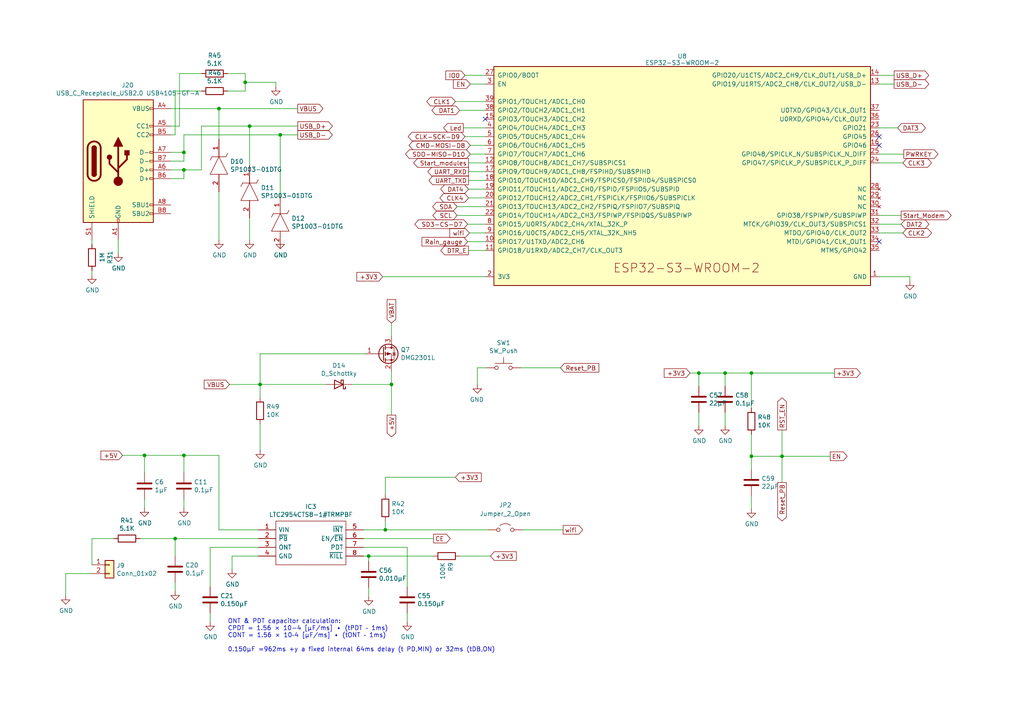
<source format=kicad_sch>
(kicad_sch (version 20231120) (generator "eeschema") (generator_version "8.0")
  (paper "A4")
  (title_block (title "Open_beehive_scale_board") (date "2023-01-13") (rev "V0.4") (company "Ratamuse"))
  (lib_symbols
    (symbol "Connector:USB_C_Receptacle_USB2.0" (pin_names (offset 1.016))
      (property "Reference" "J" (at -10.16 19.05 0))
      (property "Value" "USB_C_Receptacle_USB2.0" (at 19.05 19.05 0))
      (symbol "USB_C_Receptacle_USB2.0_0_0"
        (rectangle (start -0.254 -17.78) (end 0.254 -16.764))
        (rectangle (start 10.16 -14.986) (end 9.144 -15.494))
        (rectangle (start 10.16 -12.446) (end 9.144 -12.954))
        (rectangle (start 10.16 -4.826) (end 9.144 -5.334))
        (rectangle (start 10.16 -2.286) (end 9.144 -2.794))
        (rectangle (start 10.16 0.254) (end 9.144 -0.254))
        (rectangle (start 10.16 2.794) (end 9.144 2.286))
        (rectangle (start 10.16 7.874) (end 9.144 7.366))
        (rectangle (start 10.16 10.414) (end 9.144 9.906))
        (rectangle (start 10.16 15.494) (end 9.144 14.986))
      )
      (symbol "USB_C_Receptacle_USB2.0_0_1"
        (rectangle (start -10.16 17.78) (end 10.16 -17.78) (stroke (width 0.254)) (fill (type background)))
        (arc (start -8.89 -3.81) (mid -6.985 -5.7067) (end -5.08 -3.81) (stroke (width 0.508)))
        (arc (start -7.62 -3.81) (mid -6.985 -4.4423) (end -6.35 -3.81) (stroke (width 0.254)))
        (arc (start -7.62 -3.81) (mid -6.985 -4.4423) (end -6.35 -3.81) (stroke (width 0.254)) (fill (type outline)))
        (rectangle (start -7.62 -3.81) (end -6.35 3.81) (stroke (width 0.254)) (fill (type outline)))
        (arc (start -6.35 3.81) (mid -6.985 4.4423) (end -7.62 3.81) (stroke (width 0.254)))
        (arc (start -6.35 3.81) (mid -6.985 4.4423) (end -7.62 3.81) (stroke (width 0.254)) (fill (type outline)))
        (arc (start -5.08 3.81) (mid -6.985 5.7067) (end -8.89 3.81) (stroke (width 0.508)))
        (circle (center -2.54 1.143) (radius 0.635) (stroke (width 0.254)) (fill (type outline)))
        (circle (center 0 -5.842) (radius 1.27) (fill (type outline)))
        (polyline (pts (xy -8.89 -3.81) (xy -8.89 3.81)) (stroke (width 0.508)))
        (polyline (pts (xy -5.08 3.81) (xy -5.08 -3.81)) (stroke (width 0.508)))
        (polyline (pts (xy 0 -5.842) (xy 0 4.318)) (stroke (width 0.508)))
        (polyline (pts (xy 0 -3.302) (xy -2.54 -0.762) (xy -2.54 0.508)) (stroke (width 0.508)))
        (polyline (pts (xy 0 -2.032) (xy 2.54 0.508) (xy 2.54 1.778)) (stroke (width 0.508)))
        (polyline (pts (xy -1.27 4.318) (xy 0 6.858) (xy 1.27 4.318) (xy -1.27 4.318)) (stroke (width 0.254)) (fill (type outline)))
        (rectangle (start 1.905 1.778) (end 3.175 3.048) (stroke (width 0.254)) (fill (type outline)))
      )
      (symbol "USB_C_Receptacle_USB2.0_1_1"
        (pin passive line (at 0 -22.86 90) (length 5.08) (name "GND") (number "A1"))
        (pin passive line (at 0 -22.86 90) (length 5.08) hide (name "GND") (number "A12"))
        (pin passive line (at 15.24 15.24 180) (length 5.08) (name "VBUS") (number "A4"))
        (pin bidirectional line (at 15.24 10.16 180) (length 5.08) (name "CC1") (number "A5"))
        (pin bidirectional line (at 15.24 -2.54 180) (length 5.08) (name "D+") (number "A6"))
        (pin bidirectional line (at 15.24 2.54 180) (length 5.08) (name "D-") (number "A7"))
        (pin bidirectional line (at 15.24 -12.7 180) (length 5.08) (name "SBU1") (number "A8"))
        (pin passive line (at 15.24 15.24 180) (length 5.08) hide (name "VBUS") (number "A9"))
        (pin passive line (at 0 -22.86 90) (length 5.08) hide (name "GND") (number "B1"))
        (pin passive line (at 0 -22.86 90) (length 5.08) hide (name "GND") (number "B12"))
        (pin passive line (at 15.24 15.24 180) (length 5.08) hide (name "VBUS") (number "B4"))
        (pin bidirectional line (at 15.24 7.62 180) (length 5.08) (name "CC2") (number "B5"))
        (pin bidirectional line (at 15.24 -5.08 180) (length 5.08) (name "D+") (number "B6"))
        (pin bidirectional line (at 15.24 0 180) (length 5.08) (name "D-") (number "B7"))
        (pin bidirectional line (at 15.24 -15.24 180) (length 5.08) (name "SBU2") (number "B8"))
        (pin passive line (at 15.24 15.24 180) (length 5.08) hide (name "VBUS") (number "B9"))
        (pin passive line (at -7.62 -22.86 90) (length 5.08) (name "SHIELD") (number "S1"))
      )
    )
    (symbol "Connector_Generic:Conn_01x02" (pin_names (offset 1.016) hide)
      (property "Reference" "J" (at 0 2.54 0))
      (property "Value" "Conn_01x02" (at 0 -5.08 0))
      (symbol "Conn_01x02_1_1"
        (rectangle (start -1.27 -2.413) (end 0 -2.667) (stroke (width 0.1524)))
        (rectangle (start -1.27 0.127) (end 0 -0.127) (stroke (width 0.1524)))
        (rectangle (start -1.27 1.27) (end 1.27 -3.81) (stroke (width 0.254)) (fill (type background)))
        (pin passive line (at -5.08 0 0) (length 3.81) (name "Pin_1") (number "1"))
        (pin passive line (at -5.08 -2.54 0) (length 3.81) (name "Pin_2") (number "2"))
      )
    )
    (symbol "Device:C" (pin_numbers hide) (pin_names (offset 0.254))
      (property "Reference" "C" (at 0.635 2.54 0))
      (property "Value" "C" (at 0.635 -2.54 0))
      (symbol "C_0_1"
        (polyline (pts (xy -2.032 -0.762) (xy 2.032 -0.762)) (stroke (width 0.508)))
        (polyline (pts (xy -2.032 0.762) (xy 2.032 0.762)) (stroke (width 0.508)))
      )
      (symbol "C_1_1"
        (pin passive line (at 0 3.81 270) (length 2.794) (name "~") (number "1"))
        (pin passive line (at 0 -3.81 90) (length 2.794) (name "~") (number "2"))
      )
    )
    (symbol "Device:D_Schottky" (pin_numbers hide) (pin_names (offset 1.016) hide)
      (property "Reference" "D" (at 0 2.54 0))
      (property "Value" "D_Schottky" (at 0 -2.54 0))
      (symbol "D_Schottky_0_1"
        (polyline (pts (xy 1.27 0) (xy -1.27 0)))
        (polyline (pts (xy 1.27 1.27) (xy 1.27 -1.27) (xy -1.27 0) (xy 1.27 1.27)) (stroke (width 0.254)))
        (polyline (pts (xy -1.905 0.635) (xy -1.905 1.27) (xy -1.27 1.27) (xy -1.27 -1.27) (xy -0.635 -1.27) (xy -0.635 -0.635)) (stroke (width 0.254)))
      )
      (symbol "D_Schottky_1_1"
        (pin passive line (at -3.81 0 0) (length 2.54) (name "K") (number "1"))
        (pin passive line (at 3.81 0 180) (length 2.54) (name "A") (number "2"))
      )
    )
    (symbol "Device:R" (pin_numbers hide) (pin_names (offset 0))
      (property "Reference" "R" (at 2.032 0 90))
      (property "Value" "R" (at 0 0 90))
      (symbol "R_0_1"
        (rectangle (start -1.016 -2.54) (end 1.016 2.54) (stroke (width 0.254)))
      )
      (symbol "R_1_1"
        (pin passive line (at 0 3.81 270) (length 1.27) (name "~") (number "1"))
        (pin passive line (at 0 -3.81 90) (length 1.27) (name "~") (number "2"))
      )
    )
    (symbol "Espressif:ESP32-S3-WROOM-2" (pin_names (offset 1.016))
      (property "Reference" "U" (at -55.88 38.1 0))
      (property "Value" "ESP32-S3-WROOM-2" (at -55.88 35.56 0))
      (symbol "ESP32-S3-WROOM-2_0_0"
        (rectangle (start -55.88 33.02) (end 53.34 -30.48) (stroke (width 0.254)) (fill (type background)))
        (text "ESP32-S3-WROOM-2" (at 0 -25.4 0) (effects (font (size 2.54 2.54))))
        (pin power_in line (at 55.88 -27.94 180) (length 2.54) (name "GND") (number "1"))
        (pin bidirectional line (at -58.42 -17.78 0) (length 2.54) (name "GPIO17/U1TXD/ADC2_CH6") (number "10"))
        (pin bidirectional line (at -58.42 -20.32 0) (length 2.54) (name "GPIO18/U1RXD/ADC2_CH7/CLK_OUT3") (number "11"))
        (pin bidirectional line (at -58.42 5.08 0) (length 2.54) (name "GPIO8/TOUCH8/ADC1_CH7/SUBSPICS1") (number "12"))
        (pin bidirectional line (at 55.88 27.94 180) (length 2.54) (name "GPIO19/U1RTS/ADC2_CH8/CLK_OUT2/USB_D-") (number "13"))
        (pin bidirectional line (at 55.88 30.48 180) (length 2.54) (name "GPIO20/U1CTS/ADC2_CH9/CLK_OUT1/USB_D+") (number "14"))
        (pin bidirectional line (at -58.42 17.78 0) (length 2.54) (name "GPIO3/TOUCH3/ADC1_CH2") (number "15"))
        (pin bidirectional line (at 55.88 10.16 180) (length 2.54) (name "GPIO46") (number "16"))
        (pin bidirectional line (at -58.42 2.54 0) (length 2.54) (name "GPIO9/TOUCH9/ADC1_CH8/FSPIHD/SUBSPIHD") (number "17"))
        (pin bidirectional line (at -58.42 0 0) (length 2.54) (name "GPIO10/TOUCH10/ADC1_CH9/FSPICS0/FSPIIO4/SUBSPICS0") (number "18"))
        (pin bidirectional line (at -58.42 -2.54 0) (length 2.54) (name "GPIO11/TOUCH11/ADC2_CH0/FSPID/FSPIIO5/SUBSPID") (number "19"))
        (pin power_in line (at -58.42 -27.94 0) (length 2.54) (name "3V3") (number "2"))
        (pin bidirectional line (at -58.42 -5.08 0) (length 2.54) (name "GPIO12/TOUCH12/ADC2_CH1/FSPICLK/FSPIIO6/SUBSPICLK") (number "20"))
        (pin bidirectional line (at -58.42 -7.62 0) (length 2.54) (name "GPIO13/TOUCH13/ADC2_CH2/FSPIQ/FSPIIO7/SUBSPIQ") (number "21"))
        (pin bidirectional line (at -58.42 -10.16 0) (length 2.54) (name "GPIO14/TOUCH14/ADC2_CH3/FSPIWP/FSPIDQS/SUBSPIWP") (number "22"))
        (pin bidirectional line (at 55.88 15.24 180) (length 2.54) (name "GPIO21") (number "23"))
        (pin bidirectional line (at 55.88 5.08 180) (length 2.54) (name "GPIO47/SPICLK_P/SUBSPICLK_P_DIFF") (number "24"))
        (pin bidirectional line (at 55.88 7.62 180) (length 2.54) (name "GPIO48/SPICLK_N/SUBSPICLK_N_DIFF") (number "25"))
        (pin bidirectional line (at 55.88 12.7 180) (length 2.54) (name "GPIO45") (number "26"))
        (pin bidirectional line (at -58.42 30.48 0) (length 2.54) (name "GPIO0/BOOT") (number "27"))
        (pin no_connect line (at 55.88 -2.54 180) (length 2.54) (name "NC") (number "28"))
        (pin no_connect line (at 55.88 -5.08 180) (length 2.54) (name "NC") (number "29"))
        (pin input line (at -58.42 27.94 0) (length 2.54) (name "EN") (number "3"))
        (pin no_connect line (at 55.88 -7.62 180) (length 2.54) (name "NC") (number "30"))
        (pin bidirectional line (at 55.88 -10.16 180) (length 2.54) (name "GPIO38/FSPIWP/SUBSPIWP") (number "31"))
        (pin bidirectional line (at 55.88 -12.7 180) (length 2.54) (name "MTCK/GPIO39/CLK_OUT3/SUBSPICS1") (number "32"))
        (pin bidirectional line (at 55.88 -15.24 180) (length 2.54) (name "MTDO/GPIO40/CLK_OUT2") (number "33"))
        (pin bidirectional line (at 55.88 -17.78 180) (length 2.54) (name "MTDI/GPIO41/CLK_OUT1") (number "34"))
        (pin bidirectional line (at 55.88 -20.32 180) (length 2.54) (name "MTMS/GPIO42") (number "35"))
        (pin bidirectional line (at 55.88 17.78 180) (length 2.54) (name "U0RXD/GPIO44/CLK_OUT2") (number "36"))
        (pin bidirectional line (at 55.88 20.32 180) (length 2.54) (name "U0TXD/GPIO43/CLK_OUT1") (number "37"))
        (pin bidirectional line (at -58.42 20.32 0) (length 2.54) (name "GPIO2/TOUCH2/ADC1_CH1") (number "38"))
        (pin bidirectional line (at -58.42 22.86 0) (length 2.54) (name "GPIO1/TOUCH1/ADC1_CH0") (number "39"))
        (pin bidirectional line (at -58.42 15.24 0) (length 2.54) (name "GPIO4/TOUCH4/ADC1_CH3") (number "4"))
        (pin passive line (at 55.88 -27.94 180) (length 2.54) hide (name "GND") (number "40"))
        (pin passive line (at 55.88 -27.94 180) (length 2.54) hide (name "GND") (number "41"))
        (pin bidirectional line (at -58.42 12.7 0) (length 2.54) (name "GPIO5/TOUCH5/ADC1_CH4") (number "5"))
        (pin bidirectional line (at -58.42 10.16 0) (length 2.54) (name "GPIO6/TOUCH6/ADC1_CH5") (number "6"))
        (pin bidirectional line (at -58.42 7.62 0) (length 2.54) (name "GPIO7/TOUCH7/ADC1_CH6") (number "7"))
        (pin bidirectional line (at -58.42 -12.7 0) (length 2.54) (name "GPIO15/U0RTS/ADC2_CH4/XTAL_32K_P") (number "8"))
        (pin bidirectional line (at -58.42 -15.24 0) (length 2.54) (name "GPIO16/U0CTS/ADC2_CH5/XTAL_32K_NH5") (number "9"))
      )
    )
    (symbol "Jumper:Jumper_2_Open" (pin_numbers hide) (pin_names (offset 0) hide) (exclude_from_sim yes)
      (property "Reference" "JP" (at 0 2.794 0))
      (property "Value" "Jumper_2_Open" (at 0 -2.286 0))
      (symbol "Jumper_2_Open_0_0"
        (circle (center -2.032 0) (radius 0.508))
        (circle (center 2.032 0) (radius 0.508))
      )
      (symbol "Jumper_2_Open_0_1"
        (arc (start 1.524 1.27) (mid 0 1.778) (end -1.524 1.27))
      )
      (symbol "Jumper_2_Open_1_1"
        (pin passive line (at -5.08 0 0) (length 2.54) (name "A") (number "1"))
        (pin passive line (at 5.08 0 180) (length 2.54) (name "B") (number "2"))
      )
    )
    (symbol "LTC2954CTS8-1#TRMPBF:LTC2954CTS8-1#TRMPBF" (pin_names (offset 0.762))
      (property "Reference" "IC" (at 26.67 7.62 0))
      (property "Value" "LTC2954CTS8-1#TRMPBF" (at 26.67 5.08 0))
      (symbol "LTC2954CTS8-1#TRMPBF_0_0"
        (pin passive line (at 0 0 0) (length 5.08) (name "VIN") (number "1"))
        (pin passive line (at 0 -2.54 0) (length 5.08) (name "~{PB}") (number "2"))
        (pin passive line (at 0 -5.08 0) (length 5.08) (name "ONT") (number "3"))
        (pin passive line (at 0 -7.62 0) (length 5.08) (name "GND") (number "4"))
        (pin passive line (at 30.48 0 180) (length 5.08) (name "~{INT}") (number "5"))
        (pin passive line (at 30.48 -2.54 180) (length 5.08) (name "EN/~{EN}") (number "6"))
        (pin passive line (at 30.48 -5.08 180) (length 5.08) (name "PDT") (number "7"))
        (pin passive line (at 30.48 -7.62 180) (length 5.08) (name "~{KILL}") (number "8"))
      )
      (symbol "LTC2954CTS8-1#TRMPBF_0_1"
        (polyline (pts (xy 5.08 2.54) (xy 25.4 2.54) (xy 25.4 -10.16) (xy 5.08 -10.16) (xy 5.08 2.54)) (stroke (width 0.1524)))
      )
    )
    (symbol "RE1C002UN:DMG2301L" (pin_names hide)
      (property "Reference" "Q" (at 5.08 1.905 0))
      (property "Value" "DMG2301L" (at 5.08 0 0))
      (symbol "DMG2301L_0_1"
        (polyline (pts (xy 0.254 0) (xy -2.54 0)))
        (polyline (pts (xy 0.254 1.905) (xy 0.254 -1.905)) (stroke (width 0.254)))
        (polyline (pts (xy 0.762 -1.27) (xy 0.762 -2.286)) (stroke (width 0.254)))
        (polyline (pts (xy 0.762 0.508) (xy 0.762 -0.508)) (stroke (width 0.254)))
        (polyline (pts (xy 0.762 2.286) (xy 0.762 1.27)) (stroke (width 0.254)))
        (polyline (pts (xy 2.54 2.54) (xy 2.54 1.778)))
        (polyline (pts (xy 2.54 -2.54) (xy 2.54 0) (xy 0.762 0)))
        (polyline (pts (xy 0.762 1.778) (xy 3.302 1.778) (xy 3.302 -1.778) (xy 0.762 -1.778)))
        (polyline (pts (xy 2.286 0) (xy 1.27 0.381) (xy 1.27 -0.381) (xy 2.286 0)) (fill (type outline)))
        (polyline (pts (xy 2.794 -0.508) (xy 2.921 -0.381) (xy 3.683 -0.381) (xy 3.81 -0.254)))
        (polyline (pts (xy 3.302 -0.381) (xy 2.921 0.254) (xy 3.683 0.254) (xy 3.302 -0.381)))
        (circle (center 1.651 0) (radius 2.794) (stroke (width 0.254)))
        (circle (center 2.54 -1.778) (radius 0.254) (fill (type outline)))
        (circle (center 2.54 1.778) (radius 0.254) (fill (type outline)))
      )
      (symbol "DMG2301L_1_1"
        (pin input line (at -5.08 0 0) (length 2.54) (name "G") (number "1"))
        (pin passive line (at 2.54 -5.08 90) (length 2.54) (name "S") (number "2"))
        (pin passive line (at 2.54 5.08 270) (length 2.54) (name "D") (number "3"))
      )
    )
    (symbol "SP1003-01DTG:SP1003-01DTG" (pin_names (offset 0.762))
      (property "Reference" "D" (at 10.16 8.89 0))
      (property "Value" "SP1003-01DTG" (at 10.16 6.35 0))
      (symbol "SP1003-01DTG_0_0"
        (pin passive line (at 0 0 0) (length 5.08) (name "~") (number "1"))
        (pin passive line (at 15.24 0 180) (length 5.08) (name "~") (number "2"))
      )
      (symbol "SP1003-01DTG_0_1"
        (polyline (pts (xy 4.064 2.54) (xy 5.08 2.032)) (stroke (width 0.1524)))
        (polyline (pts (xy 5.08 -2.032) (xy 5.08 2.032)) (stroke (width 0.1524)))
        (polyline (pts (xy 5.08 -2.032) (xy 6.096 -2.54)) (stroke (width 0.1524)))
        (polyline (pts (xy 5.08 0) (xy 10.16 2.54) (xy 10.16 -2.54) (xy 5.08 0)) (stroke (width 0.1524)))
      )
    )
    (symbol "Switch:SW_Push" (pin_numbers hide) (pin_names (offset 1.016) hide)
      (property "Reference" "SW" (at 1.27 2.54 0))
      (property "Value" "SW_Push" (at 0 -1.524 0))
      (symbol "SW_Push_0_1"
        (circle (center -2.032 0) (radius 0.508))
        (polyline (pts (xy 0 1.27) (xy 0 3.048)))
        (polyline (pts (xy 2.54 1.27) (xy -2.54 1.27)))
        (circle (center 2.032 0) (radius 0.508))
        (pin passive line (at -5.08 0 0) (length 2.54) (name "1") (number "1"))
        (pin passive line (at 5.08 0 180) (length 2.54) (name "2") (number "2"))
      )
    )
    (symbol "TestboardV2.3-rescue:GND-power" (power) (pin_names (offset 0))
      (property "Value" "power_GND" (at 0 -3.81 0))
      (symbol "GND-power_0_1"
        (polyline (pts (xy 0 0) (xy 0 -1.27) (xy 1.27 -1.27) (xy 0 -2.54) (xy -1.27 -1.27) (xy 0 -1.27)))
      )
      (symbol "GND-power_1_1"
        (pin power_in line (at 0 0 270) (length 0) hide (name "GND") (number "1"))
      )
    )
    (symbol "power:GND" (power) (pin_names (offset 0))
      (property "Value" "GND" (at 0 -3.81 0))
      (symbol "GND_0_1"
        (polyline (pts (xy 0 0) (xy 0 -1.27) (xy 1.27 -1.27) (xy 0 -2.54) (xy -1.27 -1.27) (xy 0 -1.27)))
      )
      (symbol "GND_1_1"
        (pin power_in line (at 0 0 270) (length 0) hide (name "GND") (number "1"))
      )
    )
  )
  (junction (at 72.39 36.576))
  (junction (at 50.8 156.21))
  (junction (at 63.5 31.496))
  (junction (at 113.538 111.506))
  (junction (at 217.932 132.334))
  (junction (at 41.91 132.08))
  (junction (at 53.34 49.276))
  (junction (at 217.932 108.204))
  (junction (at 210.312 108.204))
  (junction (at 111.76 153.67))
  (junction (at 202.692 108.204))
  (junction (at 81.28 39.116))
  (junction (at 106.934 161.29))
  (junction (at 53.34 132.08))
  (junction (at 75.438 111.506))
  (junction (at 71.12 23.876))
  (junction (at 226.822 132.334))
  (junction (at 53.34 44.196))
  (no_connect (at 255.016 70.104))
  (no_connect (at 255.016 39.624))
  (no_connect (at 255.016 42.164))
  (no_connect (at 140.716 34.544))
  (wire (pts (xy 58.42 49.276) (xy 58.42 36.576)))
  (wire (pts (xy 111.76 138.43) (xy 132.08 138.43)))
  (wire (pts (xy 140.716 24.384) (xy 136.398 24.384)))
  (wire (pts (xy 111.76 143.51) (xy 111.76 138.43)))
  (wire (pts (xy 140.716 70.104) (xy 135.636 70.104)))
  (wire (pts (xy 53.34 39.116) (xy 81.28 39.116)))
  (wire (pts (xy 50.8 168.91) (xy 50.8 171.45)))
  (wire (pts (xy 41.91 144.78) (xy 41.91 147.32)))
  (wire (pts (xy 53.34 44.196) (xy 53.34 46.736)))
  (wire (pts (xy 140.716 65.024) (xy 135.636 65.024)))
  (wire (pts (xy 105.41 158.75) (xy 118.11 158.75)))
  (wire (pts (xy 111.76 153.67) (xy 141.478 153.67)))
  (wire (pts (xy 118.11 158.75) (xy 118.11 170.18)))
  (wire (pts (xy 41.91 132.08) (xy 53.34 132.08)))
  (wire (pts (xy 63.5 55.626) (xy 63.5 69.596)))
  (wire (pts (xy 106.934 170.434) (xy 106.934 172.974)))
  (wire (pts (xy 255.016 44.704) (xy 262.128 44.704)))
  (wire (pts (xy 210.312 119.634) (xy 210.312 123.444)))
  (wire (pts (xy 49.53 44.196) (xy 53.34 44.196)))
  (wire (pts (xy 63.5 31.496) (xy 86.36 31.496)))
  (wire (pts (xy 53.34 51.816) (xy 49.53 51.816)))
  (wire (pts (xy 255.016 37.084) (xy 260.35 37.084)))
  (wire (pts (xy 132.08 29.464) (xy 140.716 29.464)))
  (wire (pts (xy 72.39 36.576) (xy 86.36 36.576)))
  (wire (pts (xy 53.34 46.736) (xy 49.53 46.736)))
  (wire (pts (xy 133.35 161.29) (xy 142.24 161.29)))
  (wire (pts (xy 140.716 44.704) (xy 136.398 44.704)))
  (wire (pts (xy 138.43 106.68) (xy 138.43 111.506)))
  (wire (pts (xy 71.12 21.336) (xy 66.04 21.336)))
  (wire (pts (xy 75.438 102.616) (xy 105.918 102.616)))
  (wire (pts (xy 75.438 111.506) (xy 94.488 111.506)))
  (wire (pts (xy 74.93 153.67) (xy 63.5 153.67)))
  (wire (pts (xy 72.39 63.246) (xy 72.39 69.596)))
  (wire (pts (xy 80.01 23.876) (xy 80.01 25.146)))
  (wire (pts (xy 113.538 97.536) (xy 113.538 93.726)))
  (wire (pts (xy 255.016 24.384) (xy 259.334 24.384)))
  (wire (pts (xy 134.366 37.084) (xy 140.716 37.084)))
  (wire (pts (xy 63.5 132.08) (xy 63.5 153.67)))
  (wire (pts (xy 81.28 56.896) (xy 81.28 39.116)))
  (wire (pts (xy 66.548 111.506) (xy 75.438 111.506)))
  (wire (pts (xy 60.96 177.8) (xy 60.96 180.34)))
  (wire (pts (xy 210.312 108.204) (xy 210.312 112.014)))
  (wire (pts (xy 75.438 111.506) (xy 75.438 102.616)))
  (wire (pts (xy 35.56 132.08) (xy 41.91 132.08)))
  (wire (pts (xy 111.76 151.13) (xy 111.76 153.67)))
  (wire (pts (xy 140.97 106.68) (xy 138.43 106.68)))
  (wire (pts (xy 105.41 161.29) (xy 106.934 161.29)))
  (wire (pts (xy 53.34 144.78) (xy 53.34 147.32)))
  (wire (pts (xy 105.41 156.21) (xy 125.73 156.21)))
  (wire (pts (xy 140.716 42.164) (xy 136.398 42.164)))
  (wire (pts (xy 26.67 166.37) (xy 19.05 166.37)))
  (wire (pts (xy 202.692 108.204) (xy 202.692 112.014)))
  (wire (pts (xy 210.312 108.204) (xy 217.932 108.204)))
  (wire (pts (xy 110.998 80.264) (xy 140.716 80.264)))
  (wire (pts (xy 202.692 119.634) (xy 202.692 123.444)))
  (wire (pts (xy 26.67 70.866) (xy 26.67 69.596)))
  (wire (pts (xy 135.89 57.404) (xy 140.716 57.404)))
  (wire (pts (xy 40.64 156.21) (xy 50.8 156.21)))
  (wire (pts (xy 140.716 21.844) (xy 134.874 21.844)))
  (wire (pts (xy 34.29 69.596) (xy 34.29 73.406)))
  (wire (pts (xy 200.152 108.204) (xy 202.692 108.204)))
  (wire (pts (xy 50.8 39.116) (xy 50.8 26.416)))
  (wire (pts (xy 49.53 39.116) (xy 50.8 39.116)))
  (wire (pts (xy 53.34 49.276) (xy 58.42 49.276)))
  (wire (pts (xy 71.12 23.876) (xy 71.12 21.336)))
  (wire (pts (xy 60.96 158.75) (xy 60.96 170.18)))
  (wire (pts (xy 102.108 111.506) (xy 113.538 111.506)))
  (wire (pts (xy 202.692 108.204) (xy 210.312 108.204)))
  (wire (pts (xy 140.716 39.624) (xy 134.874 39.624)))
  (wire (pts (xy 19.05 166.37) (xy 19.05 172.72)))
  (wire (pts (xy 50.8 156.21) (xy 74.93 156.21)))
  (wire (pts (xy 135.89 54.864) (xy 140.716 54.864)))
  (wire (pts (xy 255.016 67.564) (xy 261.874 67.564)))
  (wire (pts (xy 49.53 36.576) (xy 52.07 36.576)))
  (wire (pts (xy 106.934 161.29) (xy 106.934 162.814)))
  (wire (pts (xy 255.016 21.844) (xy 259.334 21.844)))
  (wire (pts (xy 52.07 21.336) (xy 52.07 36.576)))
  (wire (pts (xy 52.07 21.336) (xy 58.42 21.336)))
  (wire (pts (xy 118.11 177.8) (xy 118.11 180.34)))
  (wire (pts (xy 135.89 49.784) (xy 140.716 49.784)))
  (wire (pts (xy 71.12 23.876) (xy 80.01 23.876)))
  (wire (pts (xy 162.56 106.68) (xy 151.13 106.68)))
  (wire (pts (xy 135.89 47.244) (xy 140.716 47.244)))
  (wire (pts (xy 217.932 108.204) (xy 217.932 118.364)))
  (wire (pts (xy 53.34 44.196) (xy 53.34 39.116)))
  (wire (pts (xy 66.04 26.416) (xy 71.12 26.416)))
  (wire (pts (xy 226.822 132.334) (xy 226.822 139.954)))
  (wire (pts (xy 74.93 161.29) (xy 67.31 161.29)))
  (wire (pts (xy 263.906 80.264) (xy 263.906 81.534)))
  (wire (pts (xy 26.67 156.21) (xy 33.02 156.21)))
  (wire (pts (xy 75.438 122.936) (xy 75.438 130.556)))
  (wire (pts (xy 53.34 49.276) (xy 53.34 51.816)))
  (wire (pts (xy 217.932 143.764) (xy 217.932 147.574)))
  (wire (pts (xy 75.438 111.506) (xy 75.438 115.316)))
  (wire (pts (xy 58.42 36.576) (xy 72.39 36.576)))
  (wire (pts (xy 226.822 132.334) (xy 217.932 132.334)))
  (wire (pts (xy 26.67 156.21) (xy 26.67 163.83)))
  (wire (pts (xy 106.934 161.29) (xy 125.73 161.29)))
  (wire (pts (xy 74.93 158.75) (xy 60.96 158.75)))
  (wire (pts (xy 140.716 72.644) (xy 135.89 72.644)))
  (wire (pts (xy 50.8 26.416) (xy 58.42 26.416)))
  (wire (pts (xy 53.34 132.08) (xy 63.5 132.08)))
  (wire (pts (xy 135.89 52.324) (xy 140.716 52.324)))
  (wire (pts (xy 113.538 107.696) (xy 113.538 111.506)))
  (wire (pts (xy 217.932 125.984) (xy 217.932 132.334)))
  (wire (pts (xy 151.638 153.67) (xy 163.322 153.67)))
  (wire (pts (xy 132.588 59.944) (xy 140.716 59.944)))
  (wire (pts (xy 113.538 111.506) (xy 113.538 120.396)))
  (wire (pts (xy 217.932 132.334) (xy 217.932 136.144)))
  (wire (pts (xy 26.67 79.756) (xy 26.67 78.486)))
  (wire (pts (xy 72.39 48.006) (xy 72.39 36.576)))
  (wire (pts (xy 226.822 124.714) (xy 226.822 132.334)))
  (wire (pts (xy 63.5 40.386) (xy 63.5 31.496)))
  (wire (pts (xy 81.28 39.116) (xy 86.36 39.116)))
  (wire (pts (xy 140.716 67.564) (xy 136.144 67.564)))
  (wire (pts (xy 255.016 62.484) (xy 261.366 62.484)))
  (wire (pts (xy 217.932 108.204) (xy 242.062 108.204)))
  (wire (pts (xy 255.016 80.264) (xy 263.906 80.264)))
  (wire (pts (xy 50.8 161.29) (xy 50.8 156.21)))
  (wire (pts (xy 53.34 137.16) (xy 53.34 132.08)))
  (wire (pts (xy 226.822 132.334) (xy 240.792 132.334)))
  (wire (pts (xy 105.41 153.67) (xy 111.76 153.67)))
  (wire (pts (xy 49.53 49.276) (xy 53.34 49.276)))
  (wire (pts (xy 133.35 32.004) (xy 140.716 32.004)))
  (wire (pts (xy 255.016 47.244) (xy 261.874 47.244)))
  (wire (pts (xy 67.31 161.29) (xy 67.31 165.1)))
  (wire (pts (xy 81.28 72.136) (xy 81.28 69.596)))
  (wire (pts (xy 132.588 62.484) (xy 140.716 62.484)))
  (wire (pts (xy 49.53 31.496) (xy 63.5 31.496)))
  (wire (pts (xy 41.91 137.16) (xy 41.91 132.08)))
  (wire (pts (xy 255.016 65.024) (xy 261.366 65.024)))
  (wire (pts (xy 71.12 26.416) (xy 71.12 23.876)))
  (text "ONT & PDT capacitor calculation:  \nCPDT = 1.56 × 10-4 [μF/ms] • (tPDT – 1ms)\nCONT = 1.56 × 10–4 [μF/ms] • (tONT – 1ms)\n\n0.150µF =962ms +y a fixed internal 64ms delay (t PD,MIN) or 32ms (tDB,ON)" (at 66.04 189.23 0) (effects (font (size 1.27 1.27)) (justify left bottom)))
  (global_label "VBUS" (shape input) (at 66.548 111.506 180) (property "Intersheetrefs" "${INTERSHEET_REFS}" (effects (hide yes))))
  (global_label "DAT2" (shape bidirectional) (at 261.366 65.024 0) (property "Intersheetrefs" "${INTERSHEET_REFS}" (effects (hide yes))))
  (global_label "CLK4" (shape bidirectional) (at 135.89 57.404 180) (property "Intersheetrefs" "${INTERSHEET_REFS}" (effects (hide yes))))
  (global_label "wifi" (shape output) (at 163.322 153.67 0) (property "Intersheetrefs" "${INTERSHEET_REFS}" (effects (hide yes))))
  (global_label "DAT3" (shape bidirectional) (at 260.35 37.084 0) (property "Intersheetrefs" "${INTERSHEET_REFS}" (effects (hide yes))))
  (global_label "+5V" (shape input) (at 35.56 132.08 180) (property "Intersheetrefs" "${INTERSHEET_REFS}" (effects (hide yes))))
  (global_label "VBAT" (shape input) (at 113.538 93.726 90) (property "Intersheetrefs" "${INTERSHEET_REFS}" (effects (hide yes))))
  (global_label "CLK3" (shape bidirectional) (at 261.874 47.244 0) (property "Intersheetrefs" "${INTERSHEET_REFS}" (effects (hide yes))))
  (global_label "+3V3" (shape output) (at 242.062 108.204 0) (property "Intersheetrefs" "${INTERSHEET_REFS}" (effects (hide yes))))
  (global_label "USB_D+" (shape output) (at 259.334 21.844 0) (property "Intersheetrefs" "${INTERSHEET_REFS}" (effects (hide yes))))
  (global_label "DAT1" (shape bidirectional) (at 133.35 32.004 180) (property "Intersheetrefs" "${INTERSHEET_REFS}" (effects (hide yes))))
  (global_label "Reset_PB" (shape output) (at 226.822 139.954 270) (property "Intersheetrefs" "${INTERSHEET_REFS}" (effects (hide yes))))
  (global_label "USB_D-" (shape output) (at 86.36 39.116 0) (property "Intersheetrefs" "${INTERSHEET_REFS}" (effects (hide yes))))
  (global_label "CLK-SCK-D9" (shape bidirectional) (at 134.874 39.624 180) (property "Intersheetrefs" "${INTERSHEET_REFS}" (effects (hide yes))))
  (global_label "+3V3" (shape input) (at 110.998 80.264 180) (property "Intersheetrefs" "${INTERSHEET_REFS}" (effects (hide yes))))
  (global_label "VBUS" (shape output) (at 86.36 31.496 0) (property "Intersheetrefs" "${INTERSHEET_REFS}" (effects (hide yes))))
  (global_label "USB_D-" (shape output) (at 259.334 24.384 0) (property "Intersheetrefs" "${INTERSHEET_REFS}" (effects (hide yes))))
  (global_label "Start_Modem" (shape output) (at 261.366 62.484 0) (property "Intersheetrefs" "${INTERSHEET_REFS}" (effects (hide yes))))
  (global_label "SCL" (shape bidirectional) (at 132.588 62.484 180) (property "Intersheetrefs" "${INTERSHEET_REFS}" (effects (hide yes))))
  (global_label "Reset_PB" (shape input) (at 162.56 106.68 0) (property "Intersheetrefs" "${INTERSHEET_REFS}" (effects (hide yes))))
  (global_label "+3V3" (shape input) (at 200.152 108.204 180) (property "Intersheetrefs" "${INTERSHEET_REFS}" (effects (hide yes))))
  (global_label "PWRKEY" (shape output) (at 262.128 44.704 0) (property "Intersheetrefs" "${INTERSHEET_REFS}" (effects (hide yes))))
  (global_label "CMD-MOSI-D8" (shape bidirectional) (at 136.398 42.164 180) (property "Intersheetrefs" "${INTERSHEET_REFS}" (effects (hide yes))))
  (global_label "UART_TXD" (shape output) (at 135.89 52.324 180) (property "Intersheetrefs" "${INTERSHEET_REFS}" (effects (hide yes))))
  (global_label "UART_RXD" (shape output) (at 135.89 49.784 180) (property "Intersheetrefs" "${INTERSHEET_REFS}" (effects (hide yes))))
  (global_label "EN" (shape input) (at 136.398 24.384 180) (property "Intersheetrefs" "${INTERSHEET_REFS}" (effects (hide yes))))
  (global_label "EN" (shape output) (at 240.792 132.334 0) (property "Intersheetrefs" "${INTERSHEET_REFS}" (effects (hide yes))))
  (global_label "+3V3" (shape input) (at 132.08 138.43 0) (property "Intersheetrefs" "${INTERSHEET_REFS}" (effects (hide yes))))
  (global_label "IO0" (shape input) (at 134.874 21.844 180) (property "Intersheetrefs" "${INTERSHEET_REFS}" (effects (hide yes))))
  (global_label "CLK1" (shape bidirectional) (at 132.08 29.464 180) (property "Intersheetrefs" "${INTERSHEET_REFS}" (effects (hide yes))))
  (global_label "SDA" (shape bidirectional) (at 132.588 59.944 180) (property "Intersheetrefs" "${INTERSHEET_REFS}" (effects (hide yes))))
  (global_label "CLK2" (shape bidirectional) (at 261.874 67.564 0) (property "Intersheetrefs" "${INTERSHEET_REFS}" (effects (hide yes))))
  (global_label "Start_modules" (shape output) (at 135.89 47.244 180) (property "Intersheetrefs" "${INTERSHEET_REFS}" (effects (hide yes))))
  (global_label "SD3-CS-D7" (shape bidirectional) (at 135.636 65.024 180) (property "Intersheetrefs" "${INTERSHEET_REFS}" (effects (hide yes))))
  (global_label "SDO-MISO-D10" (shape bidirectional) (at 136.398 44.704 180) (property "Intersheetrefs" "${INTERSHEET_REFS}" (effects (hide yes))))
  (global_label "USB_D+" (shape output) (at 86.36 36.576 0) (property "Intersheetrefs" "${INTERSHEET_REFS}" (effects (hide yes))))
  (global_label "+3V3" (shape input) (at 142.24 161.29 0) (property "Intersheetrefs" "${INTERSHEET_REFS}" (effects (hide yes))))
  (global_label "+5V" (shape output) (at 113.538 120.396 270) (property "Intersheetrefs" "${INTERSHEET_REFS}" (effects (hide yes))))
  (global_label "wifi" (shape input) (at 136.144 67.564 180) (property "Intersheetrefs" "${INTERSHEET_REFS}" (effects (hide yes))))
  (global_label "DTR_E" (shape output) (at 135.89 72.644 180) (property "Intersheetrefs" "${INTERSHEET_REFS}" (effects (hide yes))))
  (global_label "RST_EN" (shape output) (at 226.822 124.714 90) (property "Intersheetrefs" "${INTERSHEET_REFS}" (effects (hide yes))))
  (global_label "Rain_gauge" (shape input) (at 135.636 70.104 180) (property "Intersheetrefs" "${INTERSHEET_REFS}" (effects (hide yes))))
  (global_label "Led" (shape output) (at 134.366 37.084 180) (property "Intersheetrefs" "${INTERSHEET_REFS}" (effects (hide yes))))
  (global_label "DAT4" (shape bidirectional) (at 135.89 54.864 180) (property "Intersheetrefs" "${INTERSHEET_REFS}" (effects (hide yes))))
  (global_label "CE" (shape output) (at 125.73 156.21 0) (property "Intersheetrefs" "${INTERSHEET_REFS}" (effects (hide yes))))
  (symbol (lib_id "Espressif:ESP32-S3-WROOM-2") (at 199.136 52.324 0) (unit 1)
    (property "Reference" "U8" (at 197.866 16.2941 0))
    (property "Value" "ESP32-S3-WROOM-2" (at 197.866 18.2151 0))
    (property "Footprint" "Espressif:ESP32-S3-WROOM-2" (effects (hide yes)))
    (property "Datasheet" "https://www.espressif.com/sites/default/files/documentation/esp32-s3-wroom-2_datasheet_en.pdf" (effects (hide yes)))
  )
  (symbol (lib_id "power:GND") (at 80.01 25.146 0) (unit 1)
    (property "Reference" "#PWR09" (effects (hide yes)))
    (property "Value" "GND" (at 80.137 29.5402 0))
  )
  (symbol (lib_id "Device:C") (at 53.34 140.97 0) (unit 1)
    (property "Reference" "C11" (at 56.261 139.8016 0) (effects (justify left)))
    (property "Value" "0.1µF" (at 56.261 142.113 0) (effects (justify left)))
    (property "Footprint" "Capacitor_SMD:C_0603_1608Metric" (effects (hide yes)))
  )
  (symbol (lib_id "Device:C") (at 210.312 115.824 0) (unit 1)
    (property "Reference" "C58" (at 213.233 114.6556 0) (effects (justify left)))
    (property "Value" "0.1µF" (at 213.233 116.967 0) (effects (justify left)))
    (property "Footprint" "Capacitor_SMD:C_0603_1608Metric" (effects (hide yes)))
  )
  (symbol (lib_id "Device:R") (at 62.23 21.336 270) (unit 1)
    (property "Reference" "R45" (at 62.23 16.0782 90))
    (property "Value" "5.1K" (at 62.23 18.3896 90))
    (property "Footprint" "Resistor_SMD:R_0603_1608Metric" (effects (hide yes)))
  )
  (symbol (lib_id "power:GND") (at 81.28 69.596 0) (unit 1)
    (property "Reference" "#PWR010" (effects (hide yes)))
    (property "Value" "GND" (at 81.407 73.9902 0))
  )
  (symbol (lib_id "Device:D_Schottky") (at 98.298 111.506 180) (unit 1)
    (property "Reference" "D14" (at 98.298 106.0196 0))
    (property "Value" "D_Schottky" (at 98.298 108.331 0))
    (property "Footprint" "Diode_SMD:D_SOD-323" (effects (hide yes)))
  )
  (symbol (lib_id "Device:R") (at 62.23 26.416 270) (unit 1)
    (property "Reference" "R46" (at 62.23 21.1582 90))
    (property "Value" "5.1K" (at 62.23 23.4696 90))
    (property "Footprint" "Resistor_SMD:R_0603_1608Metric" (effects (hide yes)))
  )
  (symbol (lib_id "Device:C") (at 202.692 115.824 0) (unit 1)
    (property "Reference" "C57" (at 205.613 114.6556 0) (effects (justify left)))
    (property "Value" "22µF" (at 205.613 116.967 0) (effects (justify left)))
    (property "Footprint" "Capacitor_SMD:C_0805_2012Metric" (effects (hide yes)))
  )
  (symbol (lib_id "SP1003-01DTG:SP1003-01DTG") (at 72.39 48.006 270) (unit 1)
    (property "Reference" "D11" (at 75.6412 54.4576 90) (effects (justify left)))
    (property "Value" "SP1003-01DTG" (at 75.6412 56.769 90) (effects (justify left)))
    (property "Footprint" "Empreintes:SODFL1406X65N" (effects (hide yes)))
    (property "Datasheet" "https://www.littelfuse.com/~/media/electronics/datasheets/tvs_diode_arrays/littelfuse_tvs_diode_array_sp1003_datasheet.pdf.pdf" (effects (hide yes)))
    (property "Description" "1 Ch 30KV 30pF TVS Diode Array SOD-723" (effects (hide yes)))
    (property "Height" "0.65" (effects (hide yes)))
    (property "Manufacturer_Name" "LITTELFUSE" (effects (hide yes)))
    (property "Manufacturer_Part_Number" "SP1003-01DTG" (effects (hide yes)))
    (property "Arrow Part Number" "SP1003-01DTG" (effects (hide yes)))
    (property "Arrow Price/Stock" "https://www.arrow.com/en/products/sp1003-01dtg/littelfuse" (effects (hide yes)))
    (property "Mouser Part Number" "576-SP1003-01DTG" (effects (hide yes)))
    (property "Mouser Price/Stock" "https://www.mouser.co.uk/ProductDetail/Littelfuse/SP1003-01DTG?qs=Xb8IjHhkxj76JbYOs4IgRA%3D%3D" (effects (hide yes)))
  )
  (symbol (lib_id "power:GND") (at 19.05 172.72 0) (unit 1)
    (property "Reference" "#PWR03" (effects (hide yes)))
    (property "Value" "GND" (at 19.177 177.1142 0))
  )
  (symbol (lib_id "TestboardV2.3-rescue:GND-power") (at 60.96 180.34 0) (unit 1)
    (property "Reference" "#PWR0140" (effects (hide yes)))
    (property "Value" "GND" (at 61.087 184.7342 0))
  )
  (symbol (lib_id "Device:C") (at 50.8 165.1 0) (unit 1)
    (property "Reference" "C20" (at 53.721 163.9316 0) (effects (justify left)))
    (property "Value" "0.1µF" (at 53.721 166.243 0) (effects (justify left)))
    (property "Footprint" "Capacitor_SMD:C_0603_1608Metric" (effects (hide yes)))
  )
  (symbol (lib_id "power:GND") (at 34.29 73.406 0) (unit 1)
    (property "Reference" "#PWR06" (effects (hide yes)))
    (property "Value" "GND" (at 34.417 77.8002 0))
  )
  (symbol (lib_id "Device:C") (at 106.934 166.624 0) (unit 1)
    (property "Reference" "C56" (at 109.855 165.4556 0) (effects (justify left)))
    (property "Value" "0.010µF" (at 109.855 167.767 0) (effects (justify left)))
    (property "Footprint" "Capacitor_SMD:C_0603_1608Metric" (effects (hide yes)))
  )
  (symbol (lib_id "Device:R") (at 111.76 147.32 0) (unit 1)
    (property "Reference" "R42" (at 113.538 146.1516 0) (effects (justify left)))
    (property "Value" "10K" (at 113.538 148.463 0) (effects (justify left)))
    (property "Footprint" "Resistor_SMD:R_0603_1608Metric" (effects (hide yes)))
  )
  (symbol (lib_id "SP1003-01DTG:SP1003-01DTG") (at 63.5 40.386 270) (unit 1)
    (property "Reference" "D10" (at 66.7512 46.8376 90) (effects (justify left)))
    (property "Value" "SP1003-01DTG" (at 66.7512 49.149 90) (effects (justify left)))
    (property "Footprint" "Empreintes:SODFL1406X65N" (effects (hide yes)))
    (property "Datasheet" "https://www.littelfuse.com/~/media/electronics/datasheets/tvs_diode_arrays/littelfuse_tvs_diode_array_sp1003_datasheet.pdf.pdf" (effects (hide yes)))
    (property "Description" "1 Ch 30KV 30pF TVS Diode Array SOD-723" (effects (hide yes)))
    (property "Height" "0.65" (effects (hide yes)))
    (property "Manufacturer_Name" "LITTELFUSE" (effects (hide yes)))
    (property "Manufacturer_Part_Number" "SP1003-01DTG" (effects (hide yes)))
    (property "Arrow Part Number" "SP1003-01DTG" (effects (hide yes)))
    (property "Arrow Price/Stock" "https://www.arrow.com/en/products/sp1003-01dtg/littelfuse" (effects (hide yes)))
    (property "Mouser Part Number" "576-SP1003-01DTG" (effects (hide yes)))
    (property "Mouser Price/Stock" "https://www.mouser.co.uk/ProductDetail/Littelfuse/SP1003-01DTG?qs=Xb8IjHhkxj76JbYOs4IgRA%3D%3D" (effects (hide yes)))
  )
  (symbol (lib_id "power:GND") (at 263.906 81.534 0) (unit 1)
    (property "Reference" "#PWR01" (effects (hide yes)))
    (property "Value" "GND" (at 264.033 85.9282 0))
  )
  (symbol (lib_id "Switch:SW_Push") (at 146.05 106.68 0) (mirror y) (unit 1)
    (property "Reference" "SW1" (at 146.05 99.441 0))
    (property "Value" "SW_Push" (at 146.05 101.7524 0))
    (property "Footprint" "Empreintes:PTS636SL43SMTRLFS" (effects (hide yes)))
  )
  (symbol (lib_id "Device:R") (at 217.932 122.174 0) (unit 1)
    (property "Reference" "R48" (at 219.71 121.0056 0) (effects (justify left)))
    (property "Value" "10K" (at 219.71 123.317 0) (effects (justify left)))
    (property "Footprint" "Resistor_SMD:R_0603_1608Metric" (effects (hide yes)))
  )
  (symbol (lib_id "power:GND") (at 210.312 123.444 0) (unit 1)
    (property "Reference" "#PWR0189" (effects (hide yes)))
    (property "Value" "GND" (at 210.439 127.8382 0))
  )
  (symbol (lib_id "Device:R") (at 36.83 156.21 270) (unit 1)
    (property "Reference" "R41" (at 36.83 150.9522 90))
    (property "Value" "5.1K" (at 36.83 153.2636 90))
    (property "Footprint" "Resistor_SMD:R_0603_1608Metric" (effects (hide yes)))
  )
  (symbol (lib_id "Device:C") (at 60.96 173.99 0) (unit 1)
    (property "Reference" "C21" (at 63.881 172.8216 0) (effects (justify left)))
    (property "Value" "0.150µF" (at 63.881 175.133 0) (effects (justify left)))
    (property "Footprint" "Capacitor_SMD:C_0603_1608Metric" (effects (hide yes)))
  )
  (symbol (lib_id "power:GND") (at 75.438 130.556 0) (unit 1)
    (property "Reference" "#PWR0217" (effects (hide yes)))
    (property "Value" "GND" (at 75.565 134.9502 0))
  )
  (symbol (lib_id "SP1003-01DTG:SP1003-01DTG") (at 81.28 56.896 270) (unit 1)
    (property "Reference" "D12" (at 84.5312 63.3476 90) (effects (justify left)))
    (property "Value" "SP1003-01DTG" (at 84.5312 65.659 90) (effects (justify left)))
    (property "Footprint" "Empreintes:SODFL1406X65N" (effects (hide yes)))
    (property "Datasheet" "https://www.littelfuse.com/~/media/electronics/datasheets/tvs_diode_arrays/littelfuse_tvs_diode_array_sp1003_datasheet.pdf.pdf" (effects (hide yes)))
    (property "Description" "1 Ch 30KV 30pF TVS Diode Array SOD-723" (effects (hide yes)))
    (property "Height" "0.65" (effects (hide yes)))
    (property "Manufacturer_Name" "LITTELFUSE" (effects (hide yes)))
    (property "Manufacturer_Part_Number" "SP1003-01DTG" (effects (hide yes)))
    (property "Arrow Part Number" "SP1003-01DTG" (effects (hide yes)))
    (property "Arrow Price/Stock" "https://www.arrow.com/en/products/sp1003-01dtg/littelfuse" (effects (hide yes)))
    (property "Mouser Part Number" "576-SP1003-01DTG" (effects (hide yes)))
    (property "Mouser Price/Stock" "https://www.mouser.co.uk/ProductDetail/Littelfuse/SP1003-01DTG?qs=Xb8IjHhkxj76JbYOs4IgRA%3D%3D" (effects (hide yes)))
  )
  (symbol (lib_id "Device:C") (at 41.91 140.97 0) (unit 1)
    (property "Reference" "C6" (at 44.831 139.8016 0) (effects (justify left)))
    (property "Value" "1µF" (at 44.831 142.113 0) (effects (justify left)))
    (property "Footprint" "Capacitor_SMD:C_0603_1608Metric" (effects (hide yes)))
  )
  (symbol (lib_id "Device:R") (at 75.438 119.126 0) (unit 1)
    (property "Reference" "R49" (at 77.216 117.9576 0) (effects (justify left)))
    (property "Value" "10K" (at 77.216 120.269 0) (effects (justify left)))
    (property "Footprint" "Resistor_SMD:R_0603_1608Metric" (effects (hide yes)))
  )
  (symbol (lib_id "power:GND") (at 202.692 123.444 0) (unit 1)
    (property "Reference" "#PWR0203" (effects (hide yes)))
    (property "Value" "GND" (at 202.819 127.8382 0))
  )
  (symbol (lib_id "power:GND") (at 63.5 69.596 0) (unit 1)
    (property "Reference" "#PWR07" (effects (hide yes)))
    (property "Value" "GND" (at 63.627 73.9902 0))
  )
  (symbol (lib_id "Jumper:Jumper_2_Open") (at 146.558 153.67 0) (unit 1) (exclude_from_sim yes)
    (property "Reference" "JP2" (at 146.558 146.48 0))
    (property "Value" "Jumper_2_Open" (at 146.558 149.02 0))
    (property "Footprint" "Jumper:SolderJumper-2_P1.3mm_Open_RoundedPad1.0x1.5mm" (effects (hide yes)))
    (property "Description" "Jumper, 2-pole, open" (effects (hide yes)))
  )
  (symbol (lib_id "power:GND") (at 72.39 69.596 0) (unit 1)
    (property "Reference" "#PWR08" (effects (hide yes)))
    (property "Value" "GND" (at 72.517 73.9902 0))
  )
  (symbol (lib_id "Device:R") (at 129.54 161.29 270) (unit 1)
    (property "Reference" "R9" (at 130.7084 163.068 0) (effects (justify left)))
    (property "Value" "100K" (at 128.397 163.068 0) (effects (justify left)))
    (property "Footprint" "Resistor_SMD:R_0603_1608Metric" (effects (hide yes)))
  )
  (symbol (lib_id "TestboardV2.3-rescue:GND-power") (at 106.934 172.974 0) (unit 1)
    (property "Reference" "#PWR011" (effects (hide yes)))
    (property "Value" "GND" (at 107.061 177.3682 0))
  )
  (symbol (lib_id "power:GND") (at 138.43 111.506 0) (mirror y) (unit 1)
    (property "Reference" "#PWR0206" (effects (hide yes)))
    (property "Value" "GND" (at 138.303 115.9002 0))
  )
  (symbol (lib_id "Connector_Generic:Conn_01x02") (at 31.75 163.83 0) (unit 1)
    (property "Reference" "J9" (at 33.782 164.0332 0) (effects (justify left)))
    (property "Value" "Conn_01x02" (at 33.782 166.3446 0) (effects (justify left)))
    (property "Footprint" "Empreintes:1725656" (effects (hide yes)))
  )
  (symbol (lib_id "TestboardV2.3-rescue:GND-power") (at 41.91 147.32 0) (unit 1)
    (property "Reference" "#PWR0152" (effects (hide yes)))
    (property "Value" "GND" (at 42.037 151.7142 0))
  )
  (symbol (lib_id "TestboardV2.3-rescue:GND-power") (at 118.11 180.34 0) (unit 1)
    (property "Reference" "#PWR0157" (effects (hide yes)))
    (property "Value" "GND" (at 118.237 184.7342 0))
  )
  (symbol (lib_id "power:GND") (at 217.932 147.574 0) (unit 1)
    (property "Reference" "#PWR0205" (effects (hide yes)))
    (property "Value" "GND" (at 218.059 151.9682 0))
  )
  (symbol (lib_id "TestboardV2.3-rescue:GND-power") (at 53.34 147.32 0) (unit 1)
    (property "Reference" "#PWR0155" (effects (hide yes)))
    (property "Value" "GND" (at 53.467 151.7142 0))
  )
  (symbol (lib_id "Device:C") (at 217.932 139.954 0) (unit 1)
    (property "Reference" "C59" (at 220.853 138.7856 0) (effects (justify left)))
    (property "Value" "22µF" (at 220.853 141.097 0) (effects (justify left)))
    (property "Footprint" "Capacitor_SMD:C_0805_2012Metric" (effects (hide yes)))
  )
  (symbol (lib_id "power:GND") (at 26.67 79.756 0) (unit 1)
    (property "Reference" "#PWR05" (effects (hide yes)))
    (property "Value" "GND" (at 26.797 84.1502 0))
  )
  (symbol (lib_id "Connector:USB_C_Receptacle_USB2.0") (at 34.29 46.736 0) (unit 1)
    (property "Reference" "J20" (at 37.0078 24.7142 0))
    (property "Value" "USB_C_Receptacle_USB2.0 USB4105-GF-A" (at 37.0078 27.0256 0))
    (property "Footprint" "Empreintes:TYPE-C-31-M-12" (effects (hide yes)))
    (property "Datasheet" "https://www.usb.org/sites/default/files/documents/usb_type-c.zip" (effects (hide yes)))
  )
  (symbol (lib_id "Device:R") (at 26.67 74.676 180) (unit 1)
    (property "Reference" "R31" (at 31.9278 74.676 90))
    (property "Value" "1M" (at 29.6164 74.676 90))
    (property "Footprint" "Resistor_SMD:R_0603_1608Metric" (effects (hide yes)))
  )
  (symbol (lib_id "LTC2954CTS8-1#TRMPBF:LTC2954CTS8-1#TRMPBF") (at 74.93 153.67 0) (unit 1)
    (property "Reference" "IC3" (at 90.17 146.939 0))
    (property "Value" "LTC2954CTS8-1#TRMPBF" (at 90.17 149.2504 0))
    (property "Footprint" "Empreintes:SOT65P280X100-8N" (effects (hide yes)))
    (property "Datasheet" "http://www.farnell.com/datasheets/1705686.pdf" (effects (hide yes)))
    (property "Description" "Linear Technology LTC2954CTS8-1#TRMPBF, Voltage Controller 1V max., 8-Pin TSOT-23" (effects (hide yes)))
    (property "Height" "1" (effects (hide yes)))
    (property "Manufacturer_Name" "Linear Technology" (effects (hide yes)))
    (property "Manufacturer_Part_Number" "LTC2954CTS8-1#TRMPBF" (effects (hide yes)))
    (property "Mouser Part Number" "584-C2954CTS8-1TMPF" (effects (hide yes)))
    (property "Mouser Price/Stock" "https://www.mouser.co.uk/ProductDetail/Analog-Devices-Linear-Technology/LTC2954CTS8-1TRMPBF?qs=hVkxg5c3xu%2F806wrZ4RpXA%3D%3D" (effects (hide yes)))
    (property "Arrow Part Number" "LTC2954CTS8-1#TRMPBF" (effects (hide yes)))
    (property "Arrow Price/Stock" "https://www.arrow.com/en/products/ltc2954cts8-1trmpbf/linear-technology" (effects (hide yes)))
  )
  (symbol (lib_id "TestboardV2.3-rescue:GND-power") (at 50.8 171.45 0) (unit 1)
    (property "Reference" "#PWR0202" (effects (hide yes)))
    (property "Value" "GND" (at 50.927 175.8442 0))
  )
  (symbol (lib_id "Device:C") (at 118.11 173.99 0) (unit 1)
    (property "Reference" "C55" (at 121.031 172.8216 0) (effects (justify left)))
    (property "Value" "0.150µF" (at 121.031 175.133 0) (effects (justify left)))
    (property "Footprint" "Capacitor_SMD:C_0603_1608Metric" (effects (hide yes)))
  )
  (symbol (lib_id "TestboardV2.3-rescue:GND-power") (at 67.31 165.1 0) (unit 1)
    (property "Reference" "#PWR0111" (effects (hide yes)))
    (property "Value" "GND" (at 67.437 169.4942 0))
  )
  (symbol (lib_id "RE1C002UN:DMG2301L") (at 110.998 102.616 0) (unit 1)
    (property "Reference" "Q7" (at 116.1796 101.4476 0) (effects (justify left)))
    (property "Value" "DMG2301L" (at 116.1796 103.759 0) (effects (justify left)))
    (property "Footprint" "Package_TO_SOT_SMD:SOT-23" (effects (hide yes)))
    (property "Datasheet" "https://www.diodes.com/assets/Datasheets/DMG2301L.pdf" (effects (hide yes)))
  )
)
</source>
